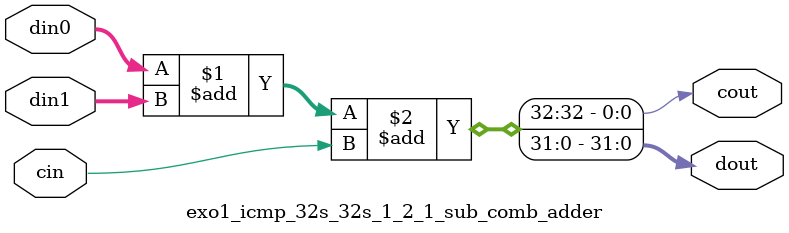
<source format=v>
`timescale 1 ns / 1 ps

module exo1_icmp_32s_32s_1_2_1_sub(clk, reset, ce, din0, din1, dout);
parameter ID         = 1;              // core ID, unused in RTL
parameter NUM_STAGE  = 2;
parameter din0_WIDTH = 33;   // data bitwidth
parameter din1_WIDTH = 33;   // 
parameter dout_WIDTH = 33;   // output bitwidth

// ---- input/output ports list here ----
input   clk;
input   reset;
input   ce;
input  [din0_WIDTH - 1 : 0] din0;
input  [din1_WIDTH - 1 : 0] din1;

output [dout_WIDTH - 1 : 0] dout;
//   

// wire for the primary inputs
wire [33 - 1 : 0] ain_s0 = din0;
wire [33 - 1 : 0] bin_s0 = ~din1;

// This AddSub module have totally 2 stages. For each stage the adder's width are:
// [16,17]
//  
//   

// Stage 1 logic
wire [16 - 1 : 0]    fas_s1;
wire                 facout_s1;
// 
reg  [17 - 1 : 0]    ain_s1;
reg  [17 - 1 : 0]    bin_s1;
reg  [16 - 1 : 0]    sum_s1;
reg                  carry_s1;
// 
//  
//  
// 
exo1_icmp_32s_32s_1_2_1_sub_comb_adder #(
    .N    ( 16 )
) u1 (
    .din0    ( ain_s0[16 - 1 : 0] ),
    .din1    ( bin_s0[16 - 1 : 0] ),
    .cin  ( 1'b1 ),
    .dout    ( fas_s1 ),
    .cout ( facout_s1 )
);

// 
always @ (posedge clk) begin
    if (ce) begin
        sum_s1   <= fas_s1;
        carry_s1 <= facout_s1;
    end
end

always @ (posedge clk) begin
    if (ce) begin
        ain_s1 <= ain_s0[33 - 1 : 16];
    end
end

always @ (posedge clk) begin
    if (ce) begin
        bin_s1 <= bin_s0[33 - 1 : 16];
    end
end
//  
//   

// Stage 2 logic
wire [17 - 1 : 0]    fas_s2;
wire                 facout_s2;
// 
// 
exo1_icmp_32s_32s_1_2_1_sub_comb_adder #(
    .N    ( 17 )
) u2 (
    .din0    ( ain_s1[17 - 1 : 0] ),
    .din1    ( bin_s1[17 - 1 : 0] ),
    .cin  ( carry_s1 ),
    .dout    ( fas_s2 ),
    .cout ( facout_s2 )
);

// 
assign dout = {fas_s2, sum_s1 };
//  
// 
endmodule

// small adder
module exo1_icmp_32s_32s_1_2_1_sub_comb_adder 
#(parameter
    N = 32
)(
    input  [N-1 : 0]    din0,
    input  [N-1 : 0]    din1,
    input  wire         cin,
    output [N-1 : 0]    dout,
    output wire         cout
);
assign {cout, dout} = din0 + din1 + cin;
endmodule
// 

</source>
